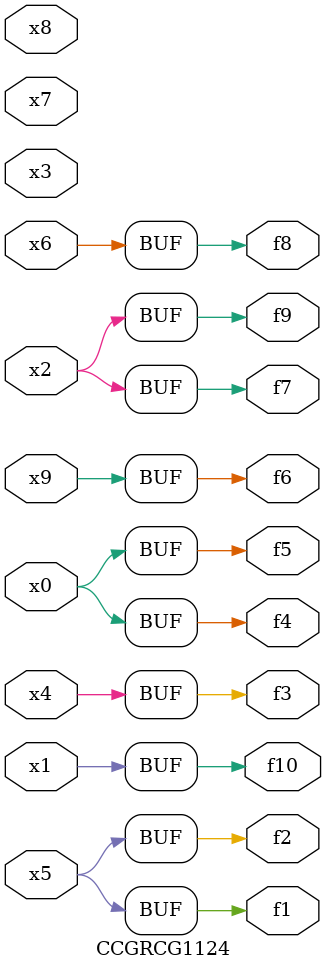
<source format=v>
module CCGRCG1124(
	input x0, x1, x2, x3, x4, x5, x6, x7, x8, x9,
	output f1, f2, f3, f4, f5, f6, f7, f8, f9, f10
);
	assign f1 = x5;
	assign f2 = x5;
	assign f3 = x4;
	assign f4 = x0;
	assign f5 = x0;
	assign f6 = x9;
	assign f7 = x2;
	assign f8 = x6;
	assign f9 = x2;
	assign f10 = x1;
endmodule

</source>
